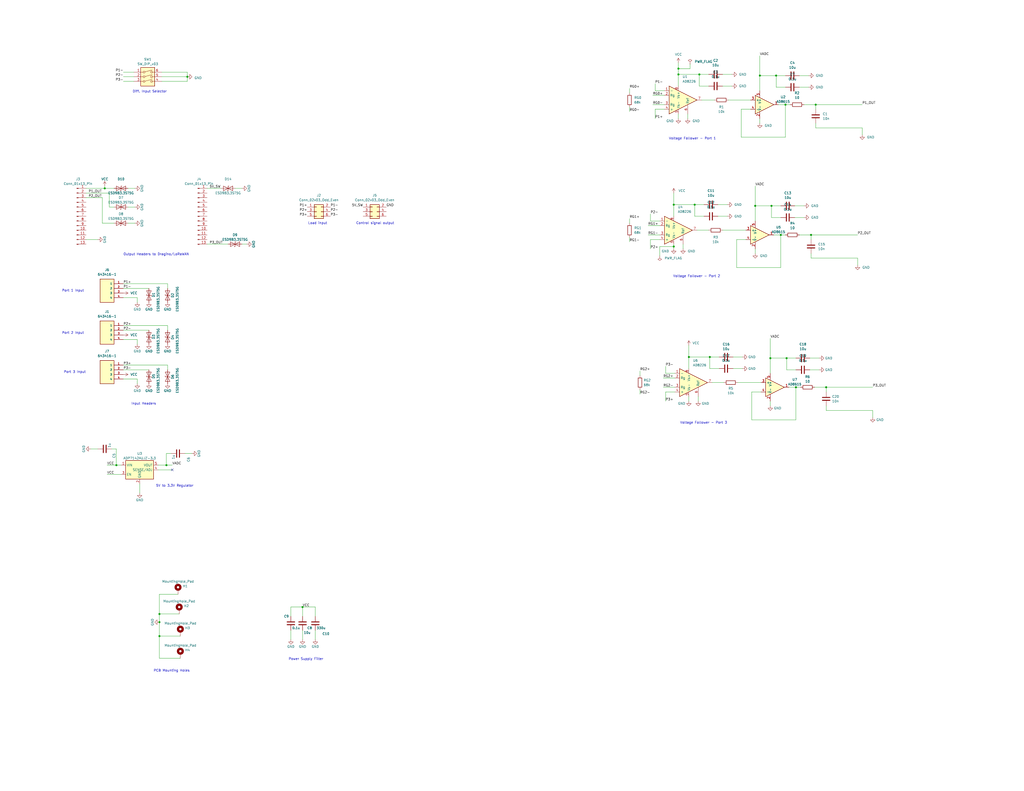
<source format=kicad_sch>
(kicad_sch (version 20231120) (generator "eeschema") (generator_version "8.0")
  (paper "C")
  (title_block (title "IoT4Ag LoRaWAN Buffer") (company "OATS-Purdue") (comment 1 "Andrew D. Balmos") (comment 2 "Fabio A. Castiblanco") (comment 3 "Reviewed by") (comment 4 "Designed by Edinson F. Adarme"))
  (lib_symbols
    (symbol "643416-1:643416-1" (pin_names (offset 1.016))
      (property "Reference" "J" (at -2.5429 6.103 0))
      (property "Value" "643416-1" (at -2.542 -10.1681 0))
      (symbol "643416-1_0_0"
        (pin passive line (at 10.16 2.54 180) (length 5.08) (name "1") (number "1"))
        (pin passive line (at 10.16 0 180) (length 5.08) (name "2") (number "2"))
        (pin passive line (at 10.16 -2.54 180) (length 5.08) (name "3") (number "3"))
        (pin passive line (at 10.16 -5.08 180) (length 5.08) (name "4") (number "4"))
      )
    )
    (symbol "Connector:Conn_01x13_Pin" (pin_names (offset 1.016) hide)
      (property "Reference" "J" (at 0 17.78 0))
      (property "Value" "Conn_01x13_Pin" (at 0 -17.78 0))
      (symbol "Conn_01x13_Pin_1_1"
        (pin passive line (at 5.08 15.24 180) (length 3.81) (name "Pin_1") (number "1"))
        (pin passive line (at 5.08 -7.62 180) (length 3.81) (name "Pin_10") (number "10"))
        (pin passive line (at 5.08 -10.16 180) (length 3.81) (name "Pin_11") (number "11"))
        (pin passive line (at 5.08 -12.7 180) (length 3.81) (name "Pin_12") (number "12"))
        (pin passive line (at 5.08 -15.24 180) (length 3.81) (name "Pin_13") (number "13"))
        (pin passive line (at 5.08 12.7 180) (length 3.81) (name "Pin_2") (number "2"))
        (pin passive line (at 5.08 10.16 180) (length 3.81) (name "Pin_3") (number "3"))
        (pin passive line (at 5.08 7.62 180) (length 3.81) (name "Pin_4") (number "4"))
        (pin passive line (at 5.08 5.08 180) (length 3.81) (name "Pin_5") (number "5"))
        (pin passive line (at 5.08 2.54 180) (length 3.81) (name "Pin_6") (number "6"))
        (pin passive line (at 5.08 0 180) (length 3.81) (name "Pin_7") (number "7"))
        (pin passive line (at 5.08 -2.54 180) (length 3.81) (name "Pin_8") (number "8"))
        (pin passive line (at 5.08 -5.08 180) (length 3.81) (name "Pin_9") (number "9"))
      )
    )
    (symbol "Connector_Generic:Conn_02x03_Odd_Even" (pin_names (offset 1.016) hide)
      (property "Reference" "J" (at 1.27 5.08 0))
      (property "Value" "Conn_02x03_Odd_Even" (at 1.27 -5.08 0))
      (symbol "Conn_02x03_Odd_Even_1_1"
        (pin passive line (at -5.08 2.54 0) (length 3.81) (name "Pin_1") (number "1"))
        (pin passive line (at 7.62 2.54 180) (length 3.81) (name "Pin_2") (number "2"))
        (pin passive line (at -5.08 0 0) (length 3.81) (name "Pin_3") (number "3"))
        (pin passive line (at 7.62 0 180) (length 3.81) (name "Pin_4") (number "4"))
        (pin passive line (at -5.08 -2.54 0) (length 3.81) (name "Pin_5") (number "5"))
        (pin passive line (at 7.62 -2.54 180) (length 3.81) (name "Pin_6") (number "6"))
      )
    )
    (symbol "Device:C" (pin_numbers hide) (pin_names (offset 0.254))
      (property "Reference" "C" (at 0.635 2.54 0))
      (property "Value" "C" (at 0.635 -2.54 0))
      (symbol "C_1_1"
        (pin passive line (at 0 3.81 270) (length 2.794) (name "~") (number "1"))
        (pin passive line (at 0 -3.81 90) (length 2.794) (name "~") (number "2"))
      )
    )
    (symbol "Device:R" (pin_numbers hide) (pin_names (offset 0))
      (property "Reference" "R" (at 2.032 0 90))
      (property "Value" "R" (at 0 0 90))
      (symbol "R_1_1"
        (pin passive line (at 0 3.81 270) (length 1.27) (name "~") (number "1"))
        (pin passive line (at 0 -3.81 90) (length 1.27) (name "~") (number "2"))
      )
    )
    (symbol "Diode:ESD9B3.3ST5G" (pin_numbers hide) (pin_names (offset 1.016) hide)
      (property "Reference" "D" (at 0 2.54 0))
      (property "Value" "ESD9B3.3ST5G" (at 0 -2.54 0))
      (symbol "ESD9B3.3ST5G_1_1"
        (pin passive line (at -3.81 0 0) (length 2.54) (name "A1") (number "1"))
        (pin passive line (at 3.81 0 180) (length 2.54) (name "A2") (number "2"))
      )
    )
    (symbol "Mechanical:MountingHole_Pad" (pin_numbers hide) (pin_names (offset 1.016) hide)
      (property "Reference" "H" (at 0 6.35 0))
      (property "Value" "MountingHole_Pad" (at 0 4.445 0))
      (symbol "MountingHole_Pad_1_1"
        (pin input line (at 0 -2.54 90) (length 2.54) (name "1") (number "1"))
      )
    )
    (symbol "Regulator_Linear:ADP7142AUJZ-3.3"
      (property "Reference" "U" (at 0 8.89 0))
      (property "Value" "ADP7142AUJZ-3.3" (at 0 6.35 0))
      (symbol "ADP7142AUJZ-3.3_1_1"
        (pin power_in line (at -10.16 2.54 0) (length 2.54) (name "VIN") (number "1"))
        (pin power_in line (at 0 -7.62 90) (length 2.54) (name "GND") (number "2"))
        (pin input line (at -10.16 -2.54 0) (length 2.54) (name "EN") (number "3"))
        (pin input line (at 10.16 0 180) (length 2.54) (name "SENSE/ADJ") (number "4"))
        (pin power_out line (at 10.16 2.54 180) (length 2.54) (name "VOUT") (number "5"))
      )
    )
    (symbol "Switch:SW_DIP_x03" (pin_names (offset 0) hide)
      (property "Reference" "SW" (at 0 8.89 0))
      (property "Value" "SW_DIP_x03" (at 0 -3.81 0))
      (symbol "SW_DIP_x03_1_1"
        (pin passive line (at -7.62 5.08 0) (length 5.08) (name "~") (number "1"))
        (pin passive line (at -7.62 2.54 0) (length 5.08) (name "~") (number "2"))
        (pin passive line (at -7.62 0 0) (length 5.08) (name "~") (number "3"))
        (pin passive line (at 7.62 0 180) (length 5.08) (name "~") (number "4"))
        (pin passive line (at 7.62 2.54 180) (length 5.08) (name "~") (number "5"))
        (pin passive line (at 7.62 5.08 180) (length 5.08) (name "~") (number "6"))
      )
    )
    (symbol "opamps:AD8226"
      (property "Reference" "U" (at 0 0 0))
      (property "Value" "AD8226" (at 3.81 -2.54 0))
      (symbol "AD8226_1_1"
        (pin input line (at -12.7 -1.27 0) (length 2.54) (name "-") (number "1"))
        (pin passive line (at -12.7 -3.81 0) (length 2.54) (name "Rg") (number "2"))
        (pin passive line (at -12.7 -8.89 0) (length 2.54) (name "Rg") (number "3"))
        (pin input line (at -12.7 -11.43 0) (length 2.54) (name "+") (number "4"))
        (pin power_in line (at -5.08 -13.97 90) (length 2.54) (name "Vs-") (number "5"))
        (pin passive line (at 0 -13.97 90) (length 5.08) (name "Ref") (number "6"))
        (pin output line (at 7.62 -6.35 180) (length 2.54) (name "~") (number "7"))
        (pin power_in line (at -5.08 1.27 270) (length 2.54) (name "Vs+") (number "8"))
      )
    )
    (symbol "opamps:AD8615"
      (property "Reference" "U" (at 2.54 5.08 0))
      (property "Value" "AD8615" (at 5.08 -5.08 0))
      (symbol "AD8615_0_0"
        (text "" (at -5.08 -2.54 0) (effects (font (size 1.27 1.27))))
        (text "" (at -2.54 -3.81 0) (effects (font (size 1.27 1.27))))
        (text "" (at 1.27 0 0) (effects (font (size 1.27 1.27))))
      )
      (symbol "AD8615_1_1"
        (pin output line (at 10.16 0 180) (length 2.54) (name "~") (number "1"))
        (pin power_in line (at 0 -7.62 90) (length 3.81) (name "V-") (number "2"))
        (pin input line (at -5.08 2.54 0) (length 2.54) (name "+") (number "3"))
        (pin input line (at -5.08 -2.54 0) (length 2.54) (name "-") (number "4"))
        (pin power_in line (at 0 7.62 270) (length 3.81) (name "V+") (number "5"))
      )
    )
    (symbol "power:GND" (power) (pin_names (offset 0))
      (property "Value" "GND" (at 0 -3.81 0))
      (symbol "GND_1_1"
        (pin power_in line (at 0 0 270) (length 0) hide (name "GND") (number "1"))
      )
    )
    (symbol "power:PWR_FLAG" (power) (pin_numbers hide) (pin_names (offset 0) hide)
      (property "Value" "PWR_FLAG" (at 0 3.81 0))
      (symbol "PWR_FLAG_0_0"
        (pin power_out line (at 0 0 90) (length 0) (name "pwr") (number "1"))
      )
    )
    (symbol "power:VCC" (power) (pin_names (offset 0))
      (property "Value" "VCC" (at 0 3.81 0))
      (symbol "VCC_1_1"
        (pin power_in line (at 0 0 90) (length 0) hide (name "VCC") (number "1"))
      )
    )
  )
  (junction (at 379.095 111.76))
  (junction (at 86.995 347.345))
  (junction (at 381.635 40.64))
  (junction (at 421.005 112.395))
  (junction (at 367.665 134.62))
  (junction (at 63.5 254))
  (junction (at 450.85 211.455))
  (junction (at 445.135 57.15))
  (junction (at 370.205 37.465))
  (junction (at 90.805 254))
  (junction (at 367.665 111.76))
  (junction (at 428.625 57.15))
  (junction (at 86.995 339.725))
  (junction (at 165.1 331.47))
  (junction (at 57.15 102.87))
  (junction (at 434.34 211.455))
  (junction (at 375.92 194.945))
  (junction (at 86.995 335.28))
  (junction (at 426.085 128.27))
  (junction (at 429.26 195.58))
  (junction (at 414.655 41.275))
  (junction (at 442.595 128.27))
  (junction (at 420.37 195.58))
  (junction (at 370.205 40.64))
  (junction (at 412.115 112.395))
  (junction (at 423.545 41.275))
  (junction (at 102.235 41.91))
  (junction (at 387.35 194.945))
  (no_connect (at 93.98 256.54))
  (wire (pts (xy 102.235 41.91) (xy 102.235 39.37)))
  (wire (pts (xy 375.92 188.595) (xy 375.92 194.945)))
  (wire (pts (xy 420.37 219.075) (xy 420.37 221.615)))
  (wire (pts (xy 381.635 46.99) (xy 381.635 40.64)))
  (wire (pts (xy 91.44 154.94) (xy 67.31 154.94)))
  (wire (pts (xy 436.245 128.27) (xy 442.595 128.27)))
  (wire (pts (xy 450.85 224.155) (xy 476.25 224.155)))
  (wire (pts (xy 421.005 118.745) (xy 421.005 112.395)))
  (wire (pts (xy 46.99 130.81) (xy 53.34 130.81)))
  (wire (pts (xy 67.31 185.42) (xy 74.93 185.42)))
  (wire (pts (xy 343.535 48.26) (xy 343.535 50.8)))
  (wire (pts (xy 394.335 125.73) (xy 407.035 125.73)))
  (wire (pts (xy 375.92 194.945) (xy 387.35 194.945)))
  (wire (pts (xy 357.505 49.53) (xy 357.505 45.72)))
  (wire (pts (xy 67.31 39.37) (xy 73.025 39.37)))
  (wire (pts (xy 113.03 102.87) (xy 120.65 102.87)))
  (wire (pts (xy 69.85 121.92) (xy 73.66 121.92)))
  (wire (pts (xy 361.95 206.375) (xy 368.3 206.375)))
  (wire (pts (xy 434.34 229.235) (xy 434.34 211.455)))
  (wire (pts (xy 353.695 128.27) (xy 360.045 128.27)))
  (wire (pts (xy 376.555 37.465) (xy 370.205 37.465)))
  (wire (pts (xy 380.365 125.73) (xy 386.715 125.73)))
  (wire (pts (xy 426.085 128.27) (xy 428.625 128.27)))
  (wire (pts (xy 428.625 47.625) (xy 423.545 47.625)))
  (wire (pts (xy 362.585 49.53) (xy 357.505 49.53)))
  (wire (pts (xy 354.965 130.81) (xy 354.965 135.89)))
  (wire (pts (xy 442.595 128.27) (xy 467.995 128.27)))
  (wire (pts (xy 412.115 112.395) (xy 412.115 120.65)))
  (wire (pts (xy 363.22 213.995) (xy 363.22 219.075)))
  (wire (pts (xy 376.555 34.925) (xy 376.555 37.465)))
  (wire (pts (xy 349.25 212.725) (xy 349.25 215.265)))
  (wire (pts (xy 433.705 118.745) (xy 438.785 118.745)))
  (wire (pts (xy 158.75 344.17) (xy 158.75 349.25)))
  (wire (pts (xy 368.3 213.995) (xy 363.22 213.995)))
  (wire (pts (xy 381 216.535) (xy 381 219.075)))
  (wire (pts (xy 98.425 359.41) (xy 86.995 359.41)))
  (wire (pts (xy 360.045 139.7) (xy 360.045 134.62)))
  (wire (pts (xy 394.335 46.99) (xy 399.415 46.99)))
  (wire (pts (xy 410.21 229.235) (xy 434.34 229.235)))
  (wire (pts (xy 91.44 201.93) (xy 91.44 199.39)))
  (wire (pts (xy 384.175 118.11) (xy 379.095 118.11)))
  (wire (pts (xy 429.26 195.58) (xy 434.34 195.58)))
  (wire (pts (xy 420.37 184.785) (xy 420.37 195.58)))
  (wire (pts (xy 88.265 41.91) (xy 102.235 41.91)))
  (wire (pts (xy 382.905 54.61) (xy 389.89 54.61)))
  (wire (pts (xy 428.625 57.15) (xy 431.165 57.15)))
  (wire (pts (xy 400.05 201.295) (xy 405.13 201.295)))
  (wire (pts (xy 46.99 105.41) (xy 59.69 105.41)))
  (wire (pts (xy 375.92 216.535) (xy 375.92 219.075)))
  (wire (pts (xy 67.31 157.48) (xy 81.28 157.48)))
  (wire (pts (xy 113.03 133.35) (xy 124.46 133.35)))
  (wire (pts (xy 46.99 107.95) (xy 55.88 107.95)))
  (wire (pts (xy 450.85 211.455) (xy 476.25 211.455)))
  (wire (pts (xy 367.665 133.35) (xy 367.665 134.62)))
  (wire (pts (xy 410.21 213.995) (xy 410.21 229.235)))
  (wire (pts (xy 86.995 324.485) (xy 86.995 335.28)))
  (wire (pts (xy 57.15 102.87) (xy 62.23 102.87)))
  (wire (pts (xy 67.31 44.45) (xy 73.025 44.45)))
  (wire (pts (xy 370.205 62.23) (xy 370.205 64.77)))
  (wire (pts (xy 158.75 331.47) (xy 165.1 331.47)))
  (wire (pts (xy 76.2 264.16) (xy 76.2 269.24)))
  (wire (pts (xy 86.995 339.725) (xy 86.995 347.345)))
  (wire (pts (xy 362.585 59.69) (xy 357.505 59.69)))
  (wire (pts (xy 67.31 207.01) (xy 74.93 207.01)))
  (wire (pts (xy 386.715 46.99) (xy 381.635 46.99)))
  (wire (pts (xy 409.575 59.69) (xy 404.495 59.69)))
  (wire (pts (xy 49.53 245.11) (xy 53.34 245.11)))
  (wire (pts (xy 102.235 44.45) (xy 102.235 41.91)))
  (wire (pts (xy 165.1 331.47) (xy 172.085 331.47)))
  (wire (pts (xy 367.665 134.62) (xy 367.665 135.89)))
  (wire (pts (xy 436.245 47.625) (xy 441.325 47.625)))
  (wire (pts (xy 412.115 101.6) (xy 412.115 112.395)))
  (wire (pts (xy 426.085 146.05) (xy 426.085 128.27)))
  (wire (pts (xy 370.205 34.29) (xy 370.205 37.465)))
  (wire (pts (xy 375.92 194.945) (xy 375.92 201.295)))
  (wire (pts (xy 423.545 47.625) (xy 423.545 41.275)))
  (wire (pts (xy 172.085 331.47) (xy 172.085 336.55)))
  (wire (pts (xy 442.595 140.97) (xy 467.995 140.97)))
  (wire (pts (xy 370.205 37.465) (xy 370.205 40.64)))
  (wire (pts (xy 58.42 259.08) (xy 66.04 259.08)))
  (wire (pts (xy 445.135 69.85) (xy 470.535 69.85)))
  (wire (pts (xy 379.095 111.76) (xy 384.175 111.76)))
  (wire (pts (xy 67.31 201.93) (xy 81.28 201.93)))
  (wire (pts (xy 470.535 69.85) (xy 470.535 73.66)))
  (wire (pts (xy 422.275 128.27) (xy 426.085 128.27)))
  (wire (pts (xy 402.59 208.915) (xy 415.29 208.915)))
  (wire (pts (xy 394.335 40.64) (xy 399.415 40.64)))
  (wire (pts (xy 86.36 254) (xy 90.805 254)))
  (wire (pts (xy 370.205 40.64) (xy 370.205 46.99)))
  (wire (pts (xy 74.93 207.01) (xy 74.93 209.55)))
  (wire (pts (xy 343.535 129.54) (xy 343.535 132.08)))
  (wire (pts (xy 91.44 199.39) (xy 67.31 199.39)))
  (wire (pts (xy 391.795 118.11) (xy 396.875 118.11)))
  (wire (pts (xy 414.655 41.275) (xy 414.655 49.53)))
  (wire (pts (xy 429.26 201.93) (xy 429.26 195.58)))
  (wire (pts (xy 58.42 254) (xy 63.5 254)))
  (wire (pts (xy 356.235 52.07) (xy 362.585 52.07)))
  (wire (pts (xy 360.045 130.81) (xy 354.965 130.81)))
  (wire (pts (xy 423.545 41.275) (xy 428.625 41.275)))
  (wire (pts (xy 401.955 130.81) (xy 401.955 146.05)))
  (wire (pts (xy 420.37 195.58) (xy 429.26 195.58)))
  (wire (pts (xy 420.37 195.58) (xy 420.37 203.835)))
  (wire (pts (xy 424.815 57.15) (xy 428.625 57.15)))
  (wire (pts (xy 401.955 146.05) (xy 426.085 146.05)))
  (wire (pts (xy 381.635 40.64) (xy 386.715 40.64)))
  (wire (pts (xy 90.805 254) (xy 93.98 254)))
  (wire (pts (xy 412.115 135.89) (xy 412.115 138.43)))
  (wire (pts (xy 63.5 245.11) (xy 63.5 254)))
  (wire (pts (xy 436.245 41.275) (xy 441.325 41.275)))
  (wire (pts (xy 404.495 59.69) (xy 404.495 74.93)))
  (wire (pts (xy 450.85 211.455) (xy 450.85 213.995)))
  (wire (pts (xy 132.08 133.35) (xy 134.62 133.35)))
  (wire (pts (xy 69.85 113.03) (xy 73.66 113.03)))
  (wire (pts (xy 361.95 211.455) (xy 368.3 211.455)))
  (wire (pts (xy 357.505 59.69) (xy 357.505 64.77)))
  (wire (pts (xy 387.35 194.945) (xy 392.43 194.945)))
  (wire (pts (xy 93.345 247.65) (xy 90.805 247.65)))
  (wire (pts (xy 367.665 111.76) (xy 367.665 118.11)))
  (wire (pts (xy 370.205 40.64) (xy 381.635 40.64)))
  (wire (pts (xy 104.775 247.65) (xy 100.965 247.65)))
  (wire (pts (xy 165.1 331.47) (xy 165.1 336.55)))
  (wire (pts (xy 367.665 111.76) (xy 379.095 111.76)))
  (wire (pts (xy 414.655 41.275) (xy 423.545 41.275)))
  (wire (pts (xy 442.595 128.27) (xy 442.595 130.81)))
  (wire (pts (xy 476.25 224.155) (xy 476.25 227.965)))
  (wire (pts (xy 428.625 74.93) (xy 428.625 57.15)))
  (wire (pts (xy 360.045 120.65) (xy 354.965 120.65)))
  (wire (pts (xy 356.235 57.15) (xy 362.585 57.15)))
  (wire (pts (xy 375.285 62.23) (xy 375.285 64.77)))
  (wire (pts (xy 434.34 201.93) (xy 429.26 201.93)))
  (wire (pts (xy 60.96 245.11) (xy 63.5 245.11)))
  (wire (pts (xy 441.96 195.58) (xy 447.04 195.58)))
  (wire (pts (xy 55.88 121.92) (xy 55.88 107.95)))
  (wire (pts (xy 426.085 118.745) (xy 421.005 118.745)))
  (wire (pts (xy 67.31 41.91) (xy 73.025 41.91)))
  (wire (pts (xy 450.85 221.615) (xy 450.85 224.155)))
  (wire (pts (xy 445.135 67.31) (xy 445.135 69.85)))
  (wire (pts (xy 407.035 130.81) (xy 401.955 130.81)))
  (wire (pts (xy 62.23 113.03) (xy 59.69 113.03)))
  (wire (pts (xy 353.695 123.19) (xy 360.045 123.19)))
  (wire (pts (xy 62.23 121.92) (xy 55.88 121.92)))
  (wire (pts (xy 368.3 203.835) (xy 363.22 203.835)))
  (wire (pts (xy 388.62 208.915) (xy 394.97 208.915)))
  (wire (pts (xy 97.155 324.485) (xy 86.995 324.485)))
  (wire (pts (xy 74.93 185.42) (xy 74.93 187.96)))
  (wire (pts (xy 360.045 134.62) (xy 367.665 134.62)))
  (wire (pts (xy 97.79 335.28) (xy 86.995 335.28)))
  (wire (pts (xy 445.135 57.15) (xy 470.535 57.15)))
  (wire (pts (xy 98.425 347.345) (xy 86.995 347.345)))
  (wire (pts (xy 172.085 344.17) (xy 172.085 349.25)))
  (wire (pts (xy 441.96 201.93) (xy 447.04 201.93)))
  (wire (pts (xy 165.1 344.17) (xy 165.1 349.25)))
  (wire (pts (xy 444.5 211.455) (xy 450.85 211.455)))
  (wire (pts (xy 415.29 213.995) (xy 410.21 213.995)))
  (wire (pts (xy 442.595 138.43) (xy 442.595 140.97)))
  (wire (pts (xy 404.495 74.93) (xy 428.625 74.93)))
  (wire (pts (xy 349.25 202.565) (xy 349.25 205.105)))
  (wire (pts (xy 91.44 157.48) (xy 91.44 154.94)))
  (wire (pts (xy 434.34 211.455) (xy 436.88 211.455)))
  (wire (pts (xy 430.53 211.455) (xy 434.34 211.455)))
  (wire (pts (xy 67.31 180.34) (xy 81.28 180.34)))
  (wire (pts (xy 445.135 57.15) (xy 445.135 59.69)))
  (wire (pts (xy 88.265 44.45) (xy 102.235 44.45)))
  (wire (pts (xy 414.655 64.77) (xy 414.655 67.31)))
  (wire (pts (xy 343.535 58.42) (xy 343.535 60.96)))
  (wire (pts (xy 343.535 119.38) (xy 343.535 121.92)))
  (wire (pts (xy 391.795 111.76) (xy 396.875 111.76)))
  (wire (pts (xy 412.115 112.395) (xy 421.005 112.395)))
  (wire (pts (xy 59.69 113.03) (xy 59.69 105.41)))
  (wire (pts (xy 86.995 347.345) (xy 86.995 359.41)))
  (wire (pts (xy 400.05 194.945) (xy 405.13 194.945)))
  (wire (pts (xy 86.995 335.28) (xy 86.995 339.725)))
  (wire (pts (xy 90.805 254) (xy 90.805 247.65)))
  (wire (pts (xy 63.5 254) (xy 66.04 254)))
  (wire (pts (xy 387.35 201.295) (xy 387.35 194.945)))
  (wire (pts (xy 433.705 112.395) (xy 438.785 112.395)))
  (wire (pts (xy 74.93 162.56) (xy 74.93 165.1)))
  (wire (pts (xy 86.36 256.54) (xy 93.98 256.54)))
  (wire (pts (xy 421.005 112.395) (xy 426.085 112.395)))
  (wire (pts (xy 414.655 30.48) (xy 414.655 41.275)))
  (wire (pts (xy 363.22 200.025) (xy 363.22 203.835)))
  (wire (pts (xy 392.43 201.295) (xy 387.35 201.295)))
  (wire (pts (xy 367.665 105.41) (xy 367.665 111.76)))
  (wire (pts (xy 397.51 54.61) (xy 409.575 54.61)))
  (wire (pts (xy 88.265 39.37) (xy 102.235 39.37)))
  (wire (pts (xy 372.745 133.35) (xy 372.745 135.89)))
  (wire (pts (xy 354.965 116.84) (xy 354.965 120.65)))
  (wire (pts (xy 158.75 336.55) (xy 158.75 331.47)))
  (wire (pts (xy 438.785 57.15) (xy 445.135 57.15)))
  (wire (pts (xy 57.15 101.6) (xy 57.15 102.87)))
  (wire (pts (xy 46.99 102.87) (xy 57.15 102.87)))
  (wire (pts (xy 67.31 162.56) (xy 74.93 162.56)))
  (wire (pts (xy 91.44 180.34) (xy 91.44 177.8)))
  (wire (pts (xy 467.995 140.97) (xy 467.995 144.78)))
  (wire (pts (xy 91.44 177.8) (xy 67.31 177.8)))
  (wire (pts (xy 379.095 118.11) (xy 379.095 111.76)))
  (wire (pts (xy 69.85 102.87) (xy 73.66 102.87)))
  (wire (pts (xy 128.27 102.87) (xy 132.08 102.87)))
  (text "Power Supply Filter" (at 157.48 360.68 0) (effects (font (size 1.27 1.27)) (justify left bottom)))
  (text "5V to 3.3V Regulator" (at 85.09 266.065 0) (effects (font (size 1.27 1.27)) (justify left bottom)))
  (text "Port 3 Input " (at 34.798 203.962 0) (effects (font (size 1.27 1.27)) (justify left bottom)))
  (text "Output Headers to Dragino/LoRaWAN" (at 67.31 139.7 0) (effects (font (size 1.27 1.27)) (justify left bottom)))
  (text "Diff. Input Selector" (at 72.39 50.8 0) (effects (font (size 1.27 1.27)) (justify left bottom)))
  (text "Voltage Follower - Port 3" (at 371.094 231.648 0) (effects (font (size 1.27 1.27)) (justify left bottom)))
  (text "Load input" (at 168.148 122.682 0) (effects (font (size 1.27 1.27)) (justify left bottom)))
  (text "Voltage Follower - Port 2" (at 367.284 151.638 0) (effects (font (size 1.27 1.27)) (justify left bottom)))
  (text "Port 2 Input " (at 33.782 182.626 0) (effects (font (size 1.27 1.27)) (justify left bottom)))
  (text "PCB Mounting Holes" (at 83.82 367.03 0) (effects (font (size 1.27 1.27)) (justify left bottom)))
  (text "Port 1 Input " (at 33.782 159.512 0) (effects (font (size 1.27 1.27)) (justify left bottom)))
  (text "Input Headers" (at 71.628 221.234 0) (effects (font (size 1.27 1.27)) (justify left bottom)))
  (text "Voltage Follower - Port 1" (at 364.998 76.454 0) (effects (font (size 1.27 1.27)) (justify left bottom)))
  (text "Control signal output" (at 194.31 122.682 0) (effects (font (size 1.27 1.27)) (justify left bottom)))
  (label "P1-" (at 67.31 157.48 0))
  (label "P1-" (at 180.34 113.03 0))
  (label "RG0+" (at 356.235 52.07 0))
  (label "RG1+" (at 353.695 123.19 0))
  (label "P1+" (at 67.31 154.94 0))
  (label "P2-" (at 67.31 180.34 0))
  (label "P3_OUT" (at 476.25 211.455 0))
  (label "RG2+" (at 349.25 202.565 0))
  (label "RG2+" (at 361.95 206.375 0))
  (label "VADC" (at 93.98 254 0))
  (label "P2-" (at 67.31 41.91 180))
  (label "P2+" (at 67.31 177.8 0))
  (label "RG0-" (at 343.535 60.96 0))
  (label "P2+" (at 167.64 115.57 180))
  (label "VCC" (at 165.1 331.47 0))
  (label "P2+" (at 354.965 135.89 0))
  (label "VADC" (at 414.655 30.48 0))
  (label "VCC" (at 58.42 254 0))
  (label "P1_OUT" (at 470.535 57.15 0))
  (label "P1-" (at 67.31 39.37 180))
  (label "P3+" (at 167.64 118.11 180))
  (label "RG1+" (at 343.535 119.38 0))
  (label "P2-" (at 354.965 116.84 0))
  (label "VADC" (at 420.37 184.785 0))
  (label "RG2-" (at 361.95 211.455 0))
  (label "P3_OUT" (at 114.3 133.35 0))
  (label "P2_OUT" (at 467.995 128.27 0))
  (label "P3+" (at 67.31 199.39 0))
  (label "P3+" (at 363.22 219.075 0))
  (label "P3-" (at 67.31 44.45 180))
  (label "RG1-" (at 343.535 132.08 0))
  (label "P1_OUT" (at 48.26 105.41 0))
  (label "P2-" (at 180.34 115.57 0))
  (label "5V_SW" (at 114.3 102.87 0))
  (label "P3-" (at 67.31 201.93 0))
  (label "VADC" (at 412.115 101.6 0))
  (label "P1+" (at 357.505 64.77 0))
  (label "RG2-" (at 349.25 215.265 0))
  (label "VCC" (at 58.42 259.08 0))
  (label "5V_SW" (at 198.12 113.03 180))
  (label "RG1-" (at 353.695 128.27 0))
  (label "P1-" (at 357.505 45.72 0))
  (label "RG0-" (at 356.235 57.15 0))
  (label "GND" (at 210.82 113.03 0))
  (label "P1+" (at 167.64 113.03 180))
  (label "RG0+" (at 343.535 48.26 0))
  (label "P2_OUT" (at 48.26 107.95 0))
  (label "P3-" (at 363.22 200.025 0))
  (label "P3-" (at 180.34 118.11 0))
  (symbol (lib_id "power:VCC") (at 367.665 105.41 0) (unit 1)
    (property "Reference" "#PWR030" (effects (hide yes)))
    (property "Value" "VCC" (at 370.205 104.14 0) (effects (justify left)))
  )
  (symbol (lib_id "Mechanical:MountingHole_Pad") (at 97.155 321.945 0) (unit 1) (in_bom no)
    (property "Reference" "H1" (at 99.695 320.04 0) (effects (justify left)))
    (property "Value" "MountingHole_Pad" (at 97.155 317.5 0))
    (property "Footprint" "MountingHole:MountingHole_3.2mm_M3" (effects (hide yes)))
  )
  (symbol (lib_id "Diode:ESD9B3.3ST5G") (at 81.28 161.29 270) (unit 1)
    (property "Reference" "D1" (at 83.82 161.036 0))
    (property "Value" "ESD9B3.3ST5G" (at 86.36 163.322 0))
    (property "Footprint" "Diode_SMD:D_SOD-323" (effects (hide yes)))
    (property "Datasheet" "https://www.onsemi.com/pub/Collateral/ESD9B-D.PDF" (effects (hide yes)))
  )
  (symbol (lib_id "power:GND") (at 405.13 194.945 90) (unit 1)
    (property "Reference" "#PWR048" (effects (hide yes)))
    (property "Value" "GND" (at 408.305 194.945 90) (effects (justify right)))
  )
  (symbol (lib_id "Device:C") (at 432.435 41.275 90) (unit 1)
    (property "Reference" "C4" (at 432.435 34.29 90))
    (property "Value" "10u" (at 432.435 36.83 90))
    (property "Footprint" "Capacitor_SMD:C_0805_2012Metric_Pad1.18x1.45mm_HandSolder" (effects (hide yes)))
  )
  (symbol (lib_id "power:GND") (at 172.085 349.25 0) (unit 1)
    (property "Reference" "#PWR021" (effects (hide yes)))
    (property "Value" "GND" (at 172.085 353.06 0))
  )
  (symbol (lib_id "power:GND") (at 49.53 245.11 270) (unit 1)
    (property "Reference" "#PWR017" (effects (hide yes)))
    (property "Value" "GND" (at 45.72 245.11 0))
  )
  (symbol (lib_id "Connector_Generic:Conn_02x03_Odd_Even") (at 203.2 115.57 0) (unit 1)
    (property "Reference" "J5" (at 204.47 106.68 0))
    (property "Value" "Conn_02x03_Odd_Even" (at 204.47 109.22 0))
    (property "Footprint" "Connector_PinSocket_2.54mm:PinSocket_2x03_P2.54mm_Vertical_SMD" (effects (hide yes)))
    (property "Description" "Generic connector, double row, 02x03, odd/even pin numbering scheme (row 1 odd numbers, row 2 even numbers), script generated (kicad-library-utils/schlib/autogen/connector/)" (effects (hide yes)))
  )
  (symbol (lib_id "643416-1:643416-1") (at 57.15 201.93 0) (unit 1)
    (property "Reference" "J7" (at 58.42 191.77 0))
    (property "Value" "643416-1" (at 58.42 194.31 0))
    (property "Footprint" "Componets:TE_643416-1" (effects (hide yes)))
    (property "PARTREV" "H" (effects (hide yes)))
    (property "MANUFACTURER" "TE CONNECTIVITY" (effects (hide yes)))
    (property "STANDARD" "MANUFACTURER RECOMMENDATIONS" (effects (hide yes)))
  )
  (symbol (lib_id "power:GND") (at 399.415 40.64 90) (unit 1)
    (property "Reference" "#PWR014" (effects (hide yes)))
    (property "Value" "GND" (at 403.225 40.64 90) (effects (justify right)))
  )
  (symbol (lib_id "opamps:AD8226") (at 375.285 48.26 0) (unit 1)
    (property "Reference" "U1" (at 372.3991 41.91 0) (effects (justify left)))
    (property "Value" "AD8226" (at 372.3991 44.45 0) (effects (justify left)))
    (property "Footprint" "Package_SO:SOIC-8_3.9x4.9mm_P1.27mm" (effects (hide yes)))
    (property "Datasheet" "https://www.analog.com/media/en/technical-documentation/data-sheets/AD8236.pdf" (effects (hide yes)))
  )
  (symbol (lib_id "power:GND") (at 476.25 227.965 0) (unit 1)
    (property "Reference" "#PWR053" (effects (hide yes)))
    (property "Value" "GND" (at 478.155 229.235 0) (effects (justify left)))
  )
  (symbol (lib_id "power:GND") (at 81.28 209.55 0) (unit 1)
    (property "Reference" "#PWR054" (effects (hide yes)))
    (property "Value" "GND" (at 81.28 213.36 0))
  )
  (symbol (lib_id "power:GND") (at 447.04 201.93 90) (unit 1)
    (property "Reference" "#PWR052" (effects (hide yes)))
    (property "Value" "GND" (at 450.215 201.93 90) (effects (justify right)))
  )
  (symbol (lib_id "power:GND") (at 420.37 221.615 0) (unit 1)
    (property "Reference" "#PWR050" (effects (hide yes)))
    (property "Value" "GND" (at 422.275 222.885 0) (effects (justify left)))
  )
  (symbol (lib_id "Device:R") (at 434.975 57.15 90) (unit 1)
    (property "Reference" "R2" (at 434.975 50.8 90))
    (property "Value" "10" (at 434.975 53.34 90))
    (property "Footprint" "Resistor_SMD:R_0805_2012Metric" (effects (hide yes)))
  )
  (symbol (lib_id "power:GND") (at 74.93 209.55 0) (unit 1)
    (property "Reference" "#PWR044" (effects (hide yes)))
    (property "Value" "GND" (at 74.93 213.36 0))
  )
  (symbol (lib_id "Diode:ESD9B3.3ST5G") (at 66.04 113.03 180) (unit 1)
    (property "Reference" "D7" (at 66.04 107.95 0))
    (property "Value" "ESD9B3.3ST5G" (at 66.04 110.49 0))
    (property "Footprint" "Diode_SMD:D_SOD-323" (effects (hide yes)))
    (property "Datasheet" "https://www.onsemi.com/pub/Collateral/ESD9B-D.PDF" (effects (hide yes)))
  )
  (symbol (lib_id "power:GND") (at 412.115 138.43 0) (unit 1)
    (property "Reference" "#PWR035" (effects (hide yes)))
    (property "Value" "GND" (at 414.655 139.7 0) (effects (justify left)))
  )
  (symbol (lib_id "power:GND") (at 73.66 102.87 90) (unit 1)
    (property "Reference" "#PWR013" (effects (hide yes)))
    (property "Value" "GND" (at 77.47 102.87 0))
  )
  (symbol (lib_id "Diode:ESD9B3.3ST5G") (at 128.27 133.35 180) (unit 1)
    (property "Reference" "D9" (at 128.27 128.27 0))
    (property "Value" "ESD9B3.3ST5G" (at 128.27 130.81 0))
    (property "Footprint" "Diode_SMD:D_SOD-323" (effects (hide yes)))
    (property "Datasheet" "https://www.onsemi.com/pub/Collateral/ESD9B-D.PDF" (effects (hide yes)))
  )
  (symbol (lib_id "power:GND") (at 53.34 130.81 90) (unit 1)
    (property "Reference" "#PWR025" (effects (hide yes)))
    (property "Value" "GND" (at 57.15 130.81 0))
  )
  (symbol (lib_id "Device:R") (at 349.25 208.915 0) (unit 1)
    (property "Reference" "RG2" (at 351.155 207.645 0) (effects (justify left)))
    (property "Value" "68k" (at 351.155 210.185 0) (effects (justify left)))
    (property "Footprint" "Resistor_SMD:R_0805_2012Metric" (effects (hide yes)))
  )
  (symbol (lib_id "power:GND") (at 372.745 135.89 0) (unit 1)
    (property "Reference" "#PWR032" (effects (hide yes)))
    (property "Value" "GND" (at 375.285 137.16 0) (effects (justify left)))
  )
  (symbol (lib_id "Device:C") (at 390.525 40.64 90) (unit 1)
    (property "Reference" "C2" (at 390.525 33.02 90))
    (property "Value" "10u" (at 390.525 35.56 90))
    (property "Footprint" "Capacitor_SMD:C_0805_2012Metric_Pad1.18x1.45mm_HandSolder" (effects (hide yes)))
  )
  (symbol (lib_id "power:VCC") (at 375.92 188.595 0) (unit 1)
    (property "Reference" "#PWR045" (effects (hide yes)))
    (property "Value" "VCC" (at 377.825 187.325 0) (effects (justify left)))
  )
  (symbol (lib_id "power:PWR_FLAG") (at 360.045 139.7 180) (unit 1)
    (property "Reference" "#FLG02" (effects (hide yes)))
    (property "Value" "PWR_FLAG" (at 362.585 140.97 0) (effects (justify right)))
  )
  (symbol (lib_id "Device:C") (at 429.895 112.395 90) (unit 1)
    (property "Reference" "C13" (at 429.895 105.41 90))
    (property "Value" "10u" (at 429.895 107.95 90))
    (property "Footprint" "Capacitor_SMD:C_0805_2012Metric_Pad1.18x1.45mm_HandSolder" (effects (hide yes)))
  )
  (symbol (lib_id "power:GND") (at 102.235 41.91 90) (unit 1)
    (property "Reference" "#PWR08" (effects (hide yes)))
    (property "Value" "GND" (at 106.045 42.545 90) (effects (justify right)))
  )
  (symbol (lib_id "Mechanical:MountingHole_Pad") (at 98.425 356.87 0) (unit 1) (in_bom no)
    (property "Reference" "H4" (at 100.965 354.965 0) (effects (justify left)))
    (property "Value" "MountingHole_Pad" (at 98.425 352.425 0))
    (property "Footprint" "MountingHole:MountingHole_3.2mm_M3" (effects (hide yes)))
  )
  (symbol (lib_id "power:GND") (at 73.66 113.03 90) (unit 1)
    (property "Reference" "#PWR01" (effects (hide yes)))
    (property "Value" "GND" (at 77.47 113.03 0))
  )
  (symbol (lib_id "Diode:ESD9B3.3ST5G") (at 124.46 102.87 0) (unit 1)
    (property "Reference" "D14" (at 124.46 97.79 0))
    (property "Value" "ESD9B3.3ST5G" (at 124.46 105.41 0))
    (property "Footprint" "Diode_SMD:D_SOD-323" (effects (hide yes)))
    (property "Datasheet" "https://www.onsemi.com/pub/Collateral/ESD9B-D.PDF" (effects (hide yes)))
  )
  (symbol (lib_id "power:GND") (at 441.325 47.625 90) (unit 1)
    (property "Reference" "#PWR016" (effects (hide yes)))
    (property "Value" "GND" (at 445.135 47.625 90) (effects (justify right)))
  )
  (symbol (lib_id "power:GND") (at 74.93 187.96 0) (unit 1)
    (property "Reference" "#PWR029" (effects (hide yes)))
    (property "Value" "GND" (at 74.93 191.77 0))
  )
  (symbol (lib_id "Device:R") (at 398.78 208.915 90) (unit 1)
    (property "Reference" "R5" (at 398.78 212.09 90))
    (property "Value" "10k" (at 398.78 214.63 90))
    (property "Footprint" "Resistor_SMD:R_0805_2012Metric" (effects (hide yes)))
  )
  (symbol (lib_id "opamps:AD8226") (at 372.745 119.38 0) (unit 1)
    (property "Reference" "U4" (at 369.8591 113.03 0) (effects (justify left)))
    (property "Value" "AD8226" (at 369.8591 115.57 0) (effects (justify left)))
    (property "Footprint" "Package_SO:SOIC-8_3.9x4.9mm_P1.27mm" (effects (hide yes)))
    (property "Datasheet" "https://www.analog.com/media/en/technical-documentation/data-sheets/AD8236.pdf" (effects (hide yes)))
  )
  (symbol (lib_id "Device:R") (at 390.525 125.73 90) (unit 1)
    (property "Reference" "R3" (at 390.525 129.54 90))
    (property "Value" "10k" (at 390.525 132.08 90))
    (property "Footprint" "Resistor_SMD:R_0805_2012Metric" (effects (hide yes)))
  )
  (symbol (lib_id "power:GND") (at 74.93 165.1 0) (unit 1)
    (property "Reference" "#PWR027" (effects (hide yes)))
    (property "Value" "GND" (at 74.93 168.91 0))
  )
  (symbol (lib_id "power:GND") (at 447.04 195.58 90) (unit 1)
    (property "Reference" "#PWR051" (effects (hide yes)))
    (property "Value" "GND" (at 450.215 195.58 90) (effects (justify right)))
  )
  (symbol (lib_id "power:GND") (at 367.665 135.89 0) (unit 1)
    (property "Reference" "#PWR031" (effects (hide yes)))
    (property "Value" "GND" (at 365.125 137.16 0) (effects (justify right)))
  )
  (symbol (lib_id "Device:C") (at 432.435 47.625 90) (unit 1)
    (property "Reference" "C7" (at 432.435 40.64 90))
    (property "Value" "0.1u" (at 432.435 43.18 90))
    (property "Footprint" "Capacitor_SMD:C_0805_2012Metric_Pad1.18x1.45mm_HandSolder" (effects (hide yes)))
  )
  (symbol (lib_id "power:GND") (at 375.92 219.075 0) (unit 1)
    (property "Reference" "#PWR046" (effects (hide yes)))
    (property "Value" "GND" (at 374.015 220.345 0) (effects (justify right)))
  )
  (symbol (lib_id "Device:R") (at 432.435 128.27 90) (unit 1)
    (property "Reference" "R4" (at 432.435 121.92 90))
    (property "Value" "10" (at 432.435 124.46 90))
    (property "Footprint" "Resistor_SMD:R_0805_2012Metric" (effects (hide yes)))
  )
  (symbol (lib_id "Connector:Conn_01x13_Pin") (at 41.91 118.11 0) (unit 1)
    (property "Reference" "J3" (at 42.545 97.79 0))
    (property "Value" "Conn_01x13_Pin" (at 42.545 100.33 0))
    (property "Footprint" "Connector_PinHeader_2.54mm:PinHeader_1x13_P2.54mm_Vertical" (effects (hide yes)))
  )
  (symbol (lib_id "power:GND") (at 467.995 144.78 0) (unit 1)
    (property "Reference" "#PWR038" (effects (hide yes)))
    (property "Value" "GND" (at 470.535 146.05 0) (effects (justify left)))
  )
  (symbol (lib_id "Device:C") (at 387.985 111.76 90) (unit 1)
    (property "Reference" "C11" (at 387.985 104.14 90))
    (property "Value" "10u" (at 387.985 106.68 90))
    (property "Footprint" "Capacitor_SMD:C_0805_2012Metric_Pad1.18x1.45mm_HandSolder" (effects (hide yes)))
  )
  (symbol (lib_id "Diode:ESD9B3.3ST5G") (at 66.04 102.87 0) (unit 1)
    (property "Reference" "D10" (at 66.04 97.79 0))
    (property "Value" "ESD9B3.3ST5G" (at 66.04 105.41 0))
    (property "Footprint" "Diode_SMD:D_SOD-323" (effects (hide yes)))
    (property "Datasheet" "https://www.onsemi.com/pub/Collateral/ESD9B-D.PDF" (effects (hide yes)))
  )
  (symbol (lib_id "Device:C") (at 390.525 46.99 90) (unit 1)
    (property "Reference" "C3" (at 390.525 39.37 90))
    (property "Value" "0.1u" (at 390.525 41.91 90))
    (property "Footprint" "Capacitor_SMD:C_0805_2012Metric_Pad1.18x1.45mm_HandSolder" (effects (hide yes)))
  )
  (symbol (lib_id "power:GND") (at 405.13 201.295 90) (unit 1)
    (property "Reference" "#PWR049" (effects (hide yes)))
    (property "Value" "GND" (at 408.305 201.295 90) (effects (justify right)))
  )
  (symbol (lib_id "power:GND") (at 76.2 269.24 0) (unit 1)
    (property "Reference" "#PWR011" (effects (hide yes)))
    (property "Value" "GND" (at 76.2 273.05 0))
  )
  (symbol (lib_id "Diode:ESD9B3.3ST5G") (at 81.28 184.15 270) (unit 1)
    (property "Reference" "D3" (at 83.82 183.896 0))
    (property "Value" "ESD9B3.3ST5G" (at 86.36 186.182 0))
    (property "Footprint" "Diode_SMD:D_SOD-323" (effects (hide yes)))
    (property "Datasheet" "https://www.onsemi.com/pub/Collateral/ESD9B-D.PDF" (effects (hide yes)))
  )
  (symbol (lib_id "Mechanical:MountingHole_Pad") (at 97.79 332.74 0) (unit 1) (in_bom no)
    (property "Reference" "H2" (at 100.33 330.835 0) (effects (justify left)))
    (property "Value" "MountingHole_Pad" (at 97.79 328.295 0))
    (property "Footprint" "MountingHole:MountingHole_3.2mm_M3" (effects (hide yes)))
  )
  (symbol (lib_id "Device:C") (at 57.15 245.11 90) (unit 1)
    (property "Reference" "C5" (at 62.23 250.19 0) (effects (justify left)))
    (property "Value" "1u" (at 59.69 244.475 0) (effects (justify left)))
    (property "Footprint" "Capacitor_SMD:C_0805_2012Metric_Pad1.18x1.45mm_HandSolder" (effects (hide yes)))
  )
  (symbol (lib_id "power:GND") (at 104.775 247.65 90) (unit 1)
    (property "Reference" "#PWR018" (effects (hide yes)))
    (property "Value" "GND" (at 108.585 247.65 0))
  )
  (symbol (lib_id "power:GND") (at 73.66 121.92 90) (unit 1)
    (property "Reference" "#PWR07" (effects (hide yes)))
    (property "Value" "GND" (at 77.47 121.92 0))
  )
  (symbol (lib_id "power:GND") (at 81.28 187.96 0) (unit 1)
    (property "Reference" "#PWR041" (effects (hide yes)))
    (property "Value" "GND" (at 81.28 191.77 0))
  )
  (symbol (lib_id "Device:C") (at 438.15 201.93 90) (unit 1)
    (property "Reference" "C19" (at 438.15 194.31 90))
    (property "Value" "0.1u" (at 438.15 196.85 90))
    (property "Footprint" "Capacitor_SMD:C_0805_2012Metric_Pad1.18x1.45mm_HandSolder" (effects (hide yes)))
  )
  (symbol (lib_id "power:GND") (at 441.325 41.275 90) (unit 1)
    (property "Reference" "#PWR05" (effects (hide yes)))
    (property "Value" "GND" (at 445.135 41.275 90) (effects (justify right)))
  )
  (symbol (lib_id "Diode:ESD9B3.3ST5G") (at 66.04 121.92 180) (unit 1)
    (property "Reference" "D8" (at 66.04 116.84 0))
    (property "Value" "ESD9B3.3ST5G" (at 66.04 119.38 0))
    (property "Footprint" "Diode_SMD:D_SOD-323" (effects (hide yes)))
    (property "Datasheet" "https://www.onsemi.com/pub/Collateral/ESD9B-D.PDF" (effects (hide yes)))
  )
  (symbol (lib_id "Device:R") (at 393.7 54.61 90) (unit 1)
    (property "Reference" "R1" (at 393.7 58.42 90))
    (property "Value" "10k" (at 393.7 60.96 90))
    (property "Footprint" "Resistor_SMD:R_0805_2012Metric" (effects (hide yes)))
  )
  (symbol (lib_id "power:VCC") (at 67.31 160.02 270) (unit 1)
    (property "Reference" "#PWR026" (effects (hide yes)))
    (property "Value" "VCC" (at 71.12 160.0199 90) (effects (justify left)))
  )
  (symbol (lib_id "power:GND") (at 396.875 118.11 90) (unit 1)
    (property "Reference" "#PWR034" (effects (hide yes)))
    (property "Value" "GND" (at 400.685 118.11 90) (effects (justify right)))
  )
  (symbol (lib_id "power:GND") (at 414.655 67.31 0) (unit 1)
    (property "Reference" "#PWR010" (effects (hide yes)))
    (property "Value" "GND" (at 417.195 68.58 0) (effects (justify left)))
  )
  (symbol (lib_id "power:GND") (at 86.995 339.725 270) (unit 1)
    (property "Reference" "#PWR022" (effects (hide yes)))
    (property "Value" "GND" (at 83.185 339.725 0))
  )
  (symbol (lib_id "power:GND") (at 91.44 165.1 0) (unit 1)
    (property "Reference" "#PWR040" (effects (hide yes)))
    (property "Value" "GND" (at 91.44 168.91 0))
  )
  (symbol (lib_id "Diode:ESD9B3.3ST5G") (at 91.44 205.74 90) (unit 1)
    (property "Reference" "D6" (at 94.234 205.74 0))
    (property "Value" "ESD9B3.3ST5G" (at 96.774 207.772 0))
    (property "Footprint" "Diode_SMD:D_SOD-323" (effects (hide yes)))
    (property "Datasheet" "https://www.onsemi.com/pub/Collateral/ESD9B-D.PDF" (effects (hide yes)))
  )
  (symbol (lib_id "Device:C") (at 396.24 194.945 90) (unit 1)
    (property "Reference" "C16" (at 396.24 187.96 90))
    (property "Value" "10u" (at 396.24 190.5 90))
    (property "Footprint" "Capacitor_SMD:C_0805_2012Metric_Pad1.18x1.45mm_HandSolder" (effects (hide yes)))
  )
  (symbol (lib_id "power:GND") (at 370.205 64.77 0) (unit 1)
    (property "Reference" "#PWR04" (effects (hide yes)))
    (property "Value" "GND" (at 367.665 66.04 0) (effects (justify right)))
  )
  (symbol (lib_id "Connector_Generic:Conn_02x03_Odd_Even") (at 172.72 115.57 0) (unit 1)
    (property "Reference" "J2" (at 173.99 106.68 0))
    (property "Value" "Conn_02x03_Odd_Even" (at 173.99 109.22 0))
    (property "Footprint" "Connector_PinSocket_2.54mm:PinSocket_2x03_P2.54mm_Vertical_SMD" (effects (hide yes)))
    (property "Description" "Generic connector, double row, 02x03, odd/even pin numbering scheme (row 1 odd numbers, row 2 even numbers), script generated (kicad-library-utils/schlib/autogen/connector/)" (effects (hide yes)))
  )
  (symbol (lib_id "Device:C") (at 442.595 134.62 0) (unit 1)
    (property "Reference" "C15" (at 446.405 133.35 0) (effects (justify left)))
    (property "Value" "10n" (at 446.405 135.89 0) (effects (justify left)))
    (property "Footprint" "Capacitor_SMD:C_0805_2012Metric_Pad1.18x1.45mm_HandSolder" (effects (hide yes)))
  )
  (symbol (lib_id "643416-1:643416-1") (at 57.15 157.48 0) (unit 1)
    (property "Reference" "J6" (at 58.42 147.32 0))
    (property "Value" "643416-1" (at 58.42 149.86 0))
    (property "Footprint" "Componets:TE_643416-1" (effects (hide yes)))
    (property "PARTREV" "H" (effects (hide yes)))
    (property "MANUFACTURER" "TE CONNECTIVITY" (effects (hide yes)))
    (property "STANDARD" "MANUFACTURER RECOMMENDATIONS" (effects (hide yes)))
  )
  (symbol (lib_id "power:GND") (at 91.44 209.55 0) (unit 1)
    (property "Reference" "#PWR055" (effects (hide yes)))
    (property "Value" "GND" (at 91.44 213.36 0))
  )
  (symbol (lib_id "power:GND") (at 438.785 112.395 90) (unit 1)
    (property "Reference" "#PWR036" (effects (hide yes)))
    (property "Value" "GND" (at 442.595 112.395 90) (effects (justify right)))
  )
  (symbol (lib_id "power:VCC") (at 67.31 182.88 270) (unit 1)
    (property "Reference" "#PWR028" (effects (hide yes)))
    (property "Value" "VCC" (at 71.12 182.8799 90) (effects (justify left)))
  )
  (symbol (lib_id "power:GND") (at 375.285 64.77 0) (unit 1)
    (property "Reference" "#PWR03" (effects (hide yes)))
    (property "Value" "GND" (at 377.825 66.04 0) (effects (justify left)))
  )
  (symbol (lib_id "Device:C") (at 445.135 63.5 0) (unit 1)
    (property "Reference" "C1" (at 448.945 62.23 0) (effects (justify left)))
    (property "Value" "10n" (at 448.945 64.77 0) (effects (justify left)))
    (property "Footprint" "Capacitor_SMD:C_0805_2012Metric_Pad1.18x1.45mm_HandSolder" (effects (hide yes)))
  )
  (symbol (lib_id "power:GND") (at 399.415 46.99 90) (unit 1)
    (property "Reference" "#PWR015" (effects (hide yes)))
    (property "Value" "GND" (at 403.225 46.99 90) (effects (justify right)))
  )
  (symbol (lib_id "power:VCC") (at 67.31 204.47 270) (unit 1)
    (property "Reference" "#PWR043" (effects (hide yes)))
    (property "Value" "VCC" (at 71.12 204.4699 90) (effects (justify left)))
  )
  (symbol (lib_id "Switch:SW_DIP_x03") (at 80.645 44.45 0) (unit 1)
    (property "Reference" "SW1" (at 80.645 32.385 0))
    (property "Value" "SW_DIP_x03" (at 80.645 34.925 0))
    (property "Footprint" "Button_Switch_SMD:SW_DIP_SPSTx03_Slide_Omron_A6S-310x_W8.9mm_P2.54mm" (effects (hide yes)))
  )
  (symbol (lib_id "Diode:ESD9B3.3ST5G") (at 91.44 161.29 90) (unit 1)
    (property "Reference" "D2" (at 94.234 161.29 0))
    (property "Value" "ESD9B3.3ST5G" (at 96.774 163.322 0))
    (property "Footprint" "Diode_SMD:D_SOD-323" (effects (hide yes)))
    (property "Datasheet" "https://www.onsemi.com/pub/Collateral/ESD9B-D.PDF" (effects (hide yes)))
  )
  (symbol (lib_id "opamps:AD8615") (at 414.655 57.15 0) (unit 1)
    (property "Reference" "U2" (at 427.355 52.9591 0))
    (property "Value" "AD8615" (at 427.355 55.4991 0))
    (property "Footprint" "Package_TO_SOT_SMD:TSOT-23-5_HandSoldering" (effects (hide yes)))
  )
  (symbol (lib_id "Device:C") (at 172.085 340.36 0) (unit 1)
    (property "Reference" "C10" (at 175.895 346.075 0) (effects (justify left)))
    (property "Value" "330u" (at 172.72 342.9 0) (effects (justify left)))
    (property "Footprint" "Capacitor_SMD:CP_Elec_10x10" (effects (hide yes)))
  )
  (symbol (lib_id "power:GND") (at 158.75 349.25 0) (unit 1)
    (property "Reference" "#PWR020" (effects (hide yes)))
    (property "Value" "GND" (at 158.75 353.06 0))
  )
  (symbol (lib_id "opamps:AD8615") (at 412.115 128.27 0) (unit 1)
    (property "Reference" "U5" (at 424.815 124.0791 0))
    (property "Value" "AD8615" (at 424.815 126.6191 0))
    (property "Footprint" "Package_TO_SOT_SMD:TSOT-23-5_HandSoldering" (effects (hide yes)))
  )
  (symbol (lib_id "power:GND") (at 81.28 165.1 0) (unit 1)
    (property "Reference" "#PWR039" (effects (hide yes)))
    (property "Value" "GND" (at 81.28 168.91 0))
  )
  (symbol (lib_id "Device:R") (at 440.69 211.455 90) (unit 1)
    (property "Reference" "R6" (at 440.69 205.74 90))
    (property "Value" "10" (at 440.69 208.28 90))
    (property "Footprint" "Resistor_SMD:R_0805_2012Metric" (effects (hide yes)))
  )
  (symbol (lib_id "Mechanical:MountingHole_Pad") (at 98.425 344.805 0) (unit 1) (in_bom no)
    (property "Reference" "H3" (at 100.965 342.9 0) (effects (justify left)))
    (property "Value" "MountingHole_Pad" (at 98.425 340.36 0))
    (property "Footprint" "MountingHole:MountingHole_3.2mm_M3" (effects (hide yes)))
  )
  (symbol (lib_id "Diode:ESD9B3.3ST5G") (at 81.28 205.74 270) (unit 1)
    (property "Reference" "D5" (at 83.82 205.486 0))
    (property "Value" "ESD9B3.3ST5G" (at 86.36 207.772 0))
    (property "Footprint" "Diode_SMD:D_SOD-323" (effects (hide yes)))
    (property "Datasheet" "https://www.onsemi.com/pub/Collateral/ESD9B-D.PDF" (effects (hide yes)))
  )
  (symbol (lib_id "643416-1:643416-1") (at 57.15 180.34 0) (unit 1)
    (property "Reference" "J1" (at 58.42 170.18 0))
    (property "Value" "643416-1" (at 58.42 172.72 0))
    (property "Footprint" "Componets:TE_643416-1" (effects (hide yes)))
    (property "PARTREV" "H" (effects (hide yes)))
    (property "MANUFACTURER" "TE CONNECTIVITY" (effects (hide yes)))
    (property "STANDARD" "MANUFACTURER RECOMMENDATIONS" (effects (hide yes)))
  )
  (symbol (lib_id "Device:C") (at 438.15 195.58 90) (unit 1)
    (property "Reference" "C18" (at 438.15 187.96 90))
    (property "Value" "10u" (at 438.15 190.5 90))
    (property "Footprint" "Capacitor_SMD:C_0805_2012Metric_Pad1.18x1.45mm_HandSolder" (effects (hide yes)))
  )
  (symbol (lib_id "power:GND") (at 438.785 118.745 90) (unit 1)
    (property "Reference" "#PWR037" (effects (hide yes)))
    (property "Value" "GND" (at 442.595 118.745 90) (effects (justify right)))
  )
  (symbol (lib_id "Device:C") (at 165.1 340.36 0) (unit 1)
    (property "Reference" "C8" (at 167.64 342.9 0) (effects (justify left)))
    (property "Value" "10u" (at 165.735 345.44 0) (effects (justify left)))
    (property "Footprint" "Capacitor_SMD:C_0805_2012Metric_Pad1.18x1.45mm_HandSolder" (effects (hide yes)))
  )
  (symbol (lib_id "Connector:Conn_01x13_Pin") (at 107.95 118.11 0) (unit 1)
    (property "Reference" "J4" (at 108.585 97.79 0))
    (property "Value" "Conn_01x13_Pin" (at 108.585 100.33 0))
    (property "Footprint" "Connector_PinHeader_2.54mm:PinHeader_1x13_P2.54mm_Vertical" (effects (hide yes)))
  )
  (symbol (lib_id "power:GND") (at 134.62 133.35 90) (unit 1)
    (property "Reference" "#PWR024" (effects (hide yes)))
    (property "Value" "GND" (at 138.43 133.35 0))
  )
  (symbol (lib_id "Device:C") (at 387.985 118.11 90) (unit 1)
    (property "Reference" "C12" (at 387.985 110.49 90))
    (property "Value" "0.1u" (at 387.985 113.03 90))
    (property "Footprint" "Capacitor_SMD:C_0805_2012Metric_Pad1.18x1.45mm_HandSolder" (effects (hide yes)))
  )
  (symbol (lib_id "power:GND") (at 91.44 187.96 0) (unit 1)
    (property "Reference" "#PWR042" (effects (hide yes)))
    (property "Value" "GND" (at 91.44 191.77 0))
  )
  (symbol (lib_id "power:GND") (at 470.535 73.66 0) (unit 1)
    (property "Reference" "#PWR06" (effects (hide yes)))
    (property "Value" "GND" (at 473.075 74.93 0) (effects (justify left)))
  )
  (symbol (lib_id "opamps:AD8226") (at 381 202.565 0) (unit 1)
    (property "Reference" "U6" (at 378.1141 196.85 0) (effects (justify left)))
    (property "Value" "AD8226" (at 378.1141 199.39 0) (effects (justify left)))
    (property "Footprint" "Package_SO:SOIC-8_3.9x4.9mm_P1.27mm" (effects (hide yes)))
    (property "Datasheet" "https://www.analog.com/media/en/technical-documentation/data-sheets/AD8236.pdf" (effects (hide yes)))
  )
  (symbol (lib_id "Device:C") (at 429.895 118.745 90) (unit 1)
    (property "Reference" "C14" (at 429.895 111.76 90))
    (property "Value" "0.1u" (at 429.895 114.3 90))
    (property "Footprint" "Capacitor_SMD:C_0805_2012Metric_Pad1.18x1.45mm_HandSolder" (effects (hide yes)))
  )
  (symbol (lib_id "Device:C") (at 396.24 201.295 90) (unit 1)
    (property "Reference" "C17" (at 396.24 194.31 90))
    (property "Value" "0.1u" (at 396.24 196.85 90))
    (property "Footprint" "Capacitor_SMD:C_0805_2012Metric_Pad1.18x1.45mm_HandSolder" (effects (hide yes)))
  )
  (symbol (lib_id "power:VCC") (at 57.15 101.6 0) (unit 1)
    (property "Reference" "#PWR012" (effects (hide yes)))
    (property "Value" "VCC" (at 57.15 97.79 0))
  )
  (symbol (lib_id "power:PWR_FLAG") (at 376.555 34.925 0) (unit 1)
    (property "Reference" "#FLG01" (effects (hide yes)))
    (property "Value" "PWR_FLAG" (at 379.095 33.655 0) (effects (justify left)))
  )
  (symbol (lib_id "power:GND") (at 165.1 349.25 0) (unit 1)
    (property "Reference" "#PWR019" (effects (hide yes)))
    (property "Value" "GND" (at 165.1 353.06 0))
  )
  (symbol (lib_id "Regulator_Linear:ADP7142AUJZ-3.3") (at 76.2 256.54 0) (unit 1)
    (property "Reference" "U3" (at 76.2 247.65 0))
    (property "Value" "ADP7142AUJZ-3.3" (at 76.2 250.19 0))
    (property "Footprint" "Package_TO_SOT_SMD:TSOT-23-5" (effects (hide yes)))
    (property "Datasheet" "https://www.analog.com/media/en/technical-documentation/data-sheets/ADP7142.pdf" (effects (hide yes)))
  )
  (symbol (lib_id "Diode:ESD9B3.3ST5G") (at 91.44 184.15 90) (unit 1)
    (property "Reference" "D4" (at 94.234 184.15 0))
    (property "Value" "ESD9B3.3ST5G" (at 96.774 186.182 0))
    (property "Footprint" "Diode_SMD:D_SOD-323" (effects (hide yes)))
    (property "Datasheet" "https://www.onsemi.com/pub/Collateral/ESD9B-D.PDF" (effects (hide yes)))
  )
  (symbol (lib_id "Device:C") (at 158.75 340.36 0) (unit 1)
    (property "Reference" "C9" (at 154.94 336.55 0) (effects (justify left)))
    (property "Value" "0.1u" (at 159.385 342.9 0) (effects (justify left)))
    (property "Footprint" "Capacitor_SMD:C_0805_2012Metric_Pad1.18x1.45mm_HandSolder" (effects (hide yes)))
  )
  (symbol (lib_id "Device:R") (at 343.535 125.73 0) (unit 1)
    (property "Reference" "RG1" (at 346.075 124.46 0) (effects (justify left)))
    (property "Value" "68k" (at 346.075 127 0) (effects (justify left)))
    (property "Footprint" "Resistor_SMD:R_0805_2012Metric" (effects (hide yes)))
  )
  (symbol (lib_id "power:GND") (at 396.875 111.76 90) (unit 1)
    (property "Reference" "#PWR033" (effects (hide yes)))
    (property "Value" "GND" (at 400.685 111.76 90) (effects (justify right)))
  )
  (symbol (lib_id "power:GND") (at 132.08 102.87 90) (unit 1)
    (property "Reference" "#PWR09" (effects (hide yes)))
    (property "Value" "GND" (at 135.89 102.87 0))
  )
  (symbol (lib_id "power:VCC") (at 370.205 34.29 0) (unit 1)
    (property "Reference" "#PWR02" (effects (hide yes)))
    (property "Value" "VCC" (at 368.3 29.718 0) (effects (justify left)))
  )
  (symbol (lib_id "Device:R") (at 343.535 54.61 0) (unit 1)
    (property "Reference" "RG0" (at 346.075 53.34 0) (effects (justify left)))
    (property "Value" "68k" (at 346.075 55.88 0) (effects (justify left)))
    (property "Footprint" "Resistor_SMD:R_0805_2012Metric" (effects (hide yes)))
  )
  (symbol (lib_id "Device:C") (at 97.155 247.65 270) (unit 1)
    (property "Reference" "C6" (at 102.87 249.555 0) (effects (justify left)))
    (property "Value" "1u" (at 94.615 248.285 0) (effects (justify left)))
    (property "Footprint" "Capacitor_SMD:C_0805_2012Metric_Pad1.18x1.45mm_HandSolder" (effects (hide yes)))
  )
  (symbol (lib_id "Device:C") (at 450.85 217.805 0) (unit 1)
    (property "Reference" "C20" (at 454.025 216.535 0) (effects (justify left)))
    (property "Value" "10n" (at 454.025 219.075 0) (effects (justify left)))
    (property "Footprint" "Capacitor_SMD:C_0805_2012Metric_Pad1.18x1.45mm_HandSolder" (effects (hide yes)))
  )
  (symbol (lib_id "power:GND") (at 381 219.075 0) (unit 1)
    (property "Reference" "#PWR047" (effects (hide yes)))
    (property "Value" "GND" (at 382.905 220.345 0) (effects (justify left)))
  )
  (symbol (lib_id "opamps:AD8615") (at 420.37 211.455 0) (unit 1)
    (property "Reference" "U7" (at 433.705 207.2641 0))
    (property "Value" "AD8615" (at 433.705 209.8041 0))
    (property "Footprint" "Package_TO_SOT_SMD:TSOT-23-5_HandSoldering" (effects (hide yes)))
  )
)
</source>
